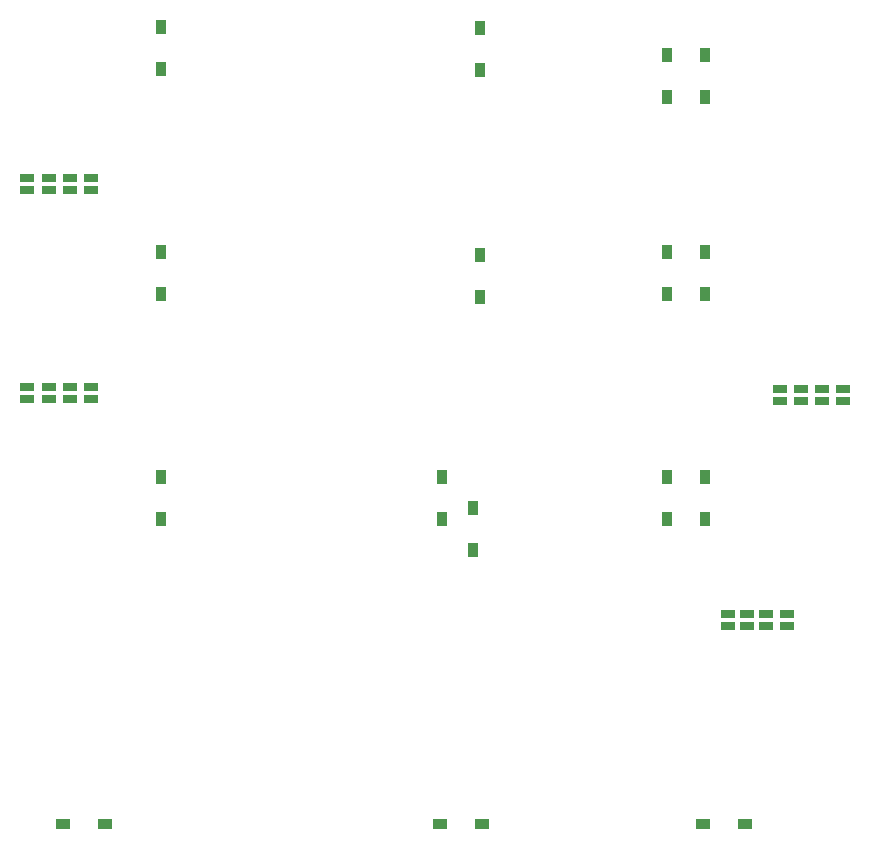
<source format=gtp>
G04 #@! TF.GenerationSoftware,KiCad,Pcbnew,5.1.4+dfsg1-1*
G04 #@! TF.CreationDate,2020-03-28T17:11:53+01:00*
G04 #@! TF.ProjectId,roni4x4ergo,726f6e69-3478-4346-9572-676f2e6b6963,rev?*
G04 #@! TF.SameCoordinates,Original*
G04 #@! TF.FileFunction,Paste,Top*
G04 #@! TF.FilePolarity,Positive*
%FSLAX46Y46*%
G04 Gerber Fmt 4.6, Leading zero omitted, Abs format (unit mm)*
G04 Created by KiCad (PCBNEW 5.1.4+dfsg1-1) date 2020-03-28 17:11:53*
%MOMM*%
%LPD*%
G04 APERTURE LIST*
%ADD10R,0.950000X1.300000*%
%ADD11R,1.143000X0.635000*%
%ADD12R,1.300000X0.950000*%
G04 APERTURE END LIST*
D10*
X84131900Y-57752500D03*
X84131900Y-61302500D03*
D11*
X72826758Y-32440328D03*
X72826758Y-33441088D03*
X74612700Y-33441088D03*
X74612700Y-32440328D03*
X76398642Y-32440328D03*
X76398642Y-33441088D03*
X78184584Y-32440328D03*
X78184584Y-33441088D03*
X78184584Y-51102070D03*
X78184584Y-50101310D03*
X76398642Y-50101310D03*
X76398642Y-51102070D03*
X74612700Y-51102070D03*
X74612700Y-50101310D03*
X72826758Y-50101310D03*
X72826758Y-51102070D03*
X136525344Y-50299748D03*
X136525344Y-51300508D03*
X138311286Y-51300508D03*
X138311286Y-50299748D03*
X140097228Y-50299748D03*
X140097228Y-51300508D03*
X141883170Y-51300508D03*
X141883170Y-50299748D03*
X132159708Y-69349796D03*
X132159708Y-70350556D03*
X133747212Y-70350556D03*
X133747212Y-69349796D03*
X135334716Y-70350556D03*
X135334716Y-69349796D03*
X137120658Y-69349796D03*
X137120658Y-70350556D03*
D10*
X84131900Y-19654900D03*
X84131900Y-23204900D03*
X84131900Y-38703700D03*
X84131900Y-42253700D03*
D12*
X79364258Y-87114282D03*
X75814258Y-87114282D03*
D10*
X111170750Y-23255450D03*
X111170750Y-19705450D03*
X111170750Y-42516300D03*
X111170750Y-38966300D03*
X107943200Y-61302500D03*
X107943200Y-57752500D03*
D12*
X107762776Y-87114282D03*
X111312776Y-87114282D03*
D10*
X126992000Y-22036150D03*
X126992000Y-25586150D03*
X126992000Y-38703700D03*
X126992000Y-42253700D03*
X126992000Y-57752500D03*
X126992000Y-61302500D03*
X110529966Y-60336094D03*
X110529966Y-63886094D03*
X130166800Y-25586150D03*
X130166800Y-22036150D03*
X130166800Y-42253700D03*
X130166800Y-38703700D03*
X130166800Y-61302500D03*
X130166800Y-57752500D03*
D12*
X129987832Y-87114282D03*
X133537832Y-87114282D03*
M02*

</source>
